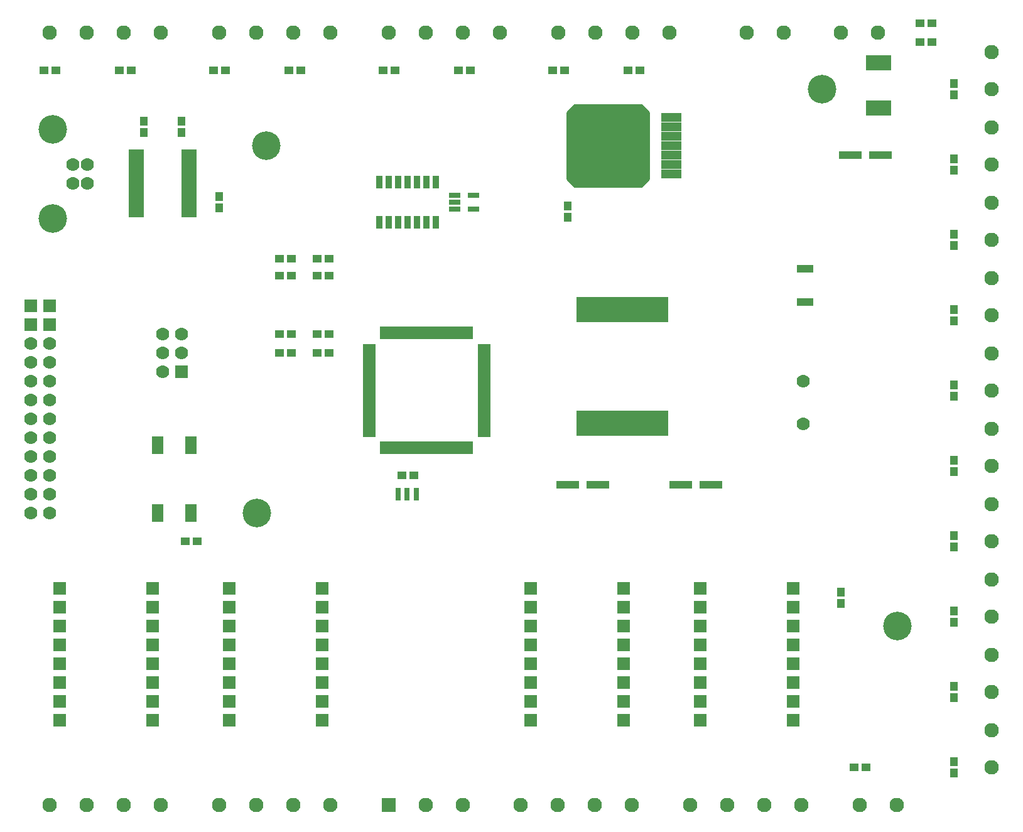
<source format=gts>
*
*
G04 PADS 9.3.1 Build Number: 456998 generated Gerber (RS-274-X) file*
G04 PC Version=2.1*
*
%IN "Mega2560DriverBoard.pcb"*%
*
%MOIN*%
*
%FSLAX35Y35*%
*
*
*
*
G04 PC Standard Apertures*
*
*
G04 Thermal Relief Aperture macro.*
%AMTER*
1,1,$1,0,0*
1,0,$1-$2,0,0*
21,0,$3,$4,0,0,45*
21,0,$3,$4,0,0,135*
%
*
*
G04 Annular Aperture macro.*
%AMANN*
1,1,$1,0,0*
1,0,$2,0,0*
%
*
*
G04 Odd Aperture macro.*
%AMODD*
1,1,$1,0,0*
1,0,$1-0.005,0,0*
%
*
*
G04 PC Custom Aperture Macros*
*
*
*
*
*
*
G04 PC Aperture Table*
*
%ADD010C,0.001*%
%ADD011C,0.01*%
%ADD041R,0.02575X0.06512*%
%ADD042R,0.048X0.04*%
%ADD043C,0.07693*%
%ADD044R,0.06X0.03*%
%ADD045R,0.10843X0.0474*%
%ADD046R,0.12024X0.0415*%
%ADD047R,0.08677X0.04346*%
%ADD048R,0.04X0.048*%
%ADD049R,0.48992X0.13303*%
%ADD050R,0.13795X0.08283*%
%ADD051C,0.07*%
%ADD052R,0.07693X0.07693*%
%ADD053R,0.07X0.07*%
%ADD054R,0.06118X0.09268*%
%ADD055C,0.15173*%
%ADD056R,0.06906X0.02181*%
%ADD057R,0.02181X0.06906*%
%ADD058R,0.03362X0.06906*%
%ADD059R,0.08087X0.02772*%
*
*
*
*
G04 PC Circuitry*
G04 Layer Name Mega2560DriverBoard.pcb - circuitry*
%LPD*%
*
*
G04 PC Custom Flashes*
G04 Layer Name Mega2560DriverBoard.pcb - flashes*
%LPD*%
*
*
G04 PC Circuitry*
G04 Layer Name Mega2560DriverBoard.pcb - circuitry*
%LPD*%
*
G54D10*
G54D11*
G01X1504606Y2042283D02*
Y2077717D01*
X1508543Y2081654*
X1543976*
X1547913Y2077717*
Y2042283*
X1543976Y2038346*
X1508543*
X1504606Y2042283*
X1507890Y2039000D02*
X1544630D01*
X1506890Y2040000D02*
X1545630D01*
X1505890Y2041000D02*
X1546630D01*
X1504890Y2042000D02*
X1547630D01*
X1504606Y2043000D02*
X1547913D01*
X1504606Y2044000D02*
X1547913D01*
X1504606Y2045000D02*
X1547913D01*
X1504606Y2046000D02*
X1547913D01*
X1504606Y2047000D02*
X1547913D01*
X1504606Y2048000D02*
X1547913D01*
X1504606Y2049000D02*
X1547913D01*
X1504606Y2050000D02*
X1547913D01*
X1504606Y2051000D02*
X1547913D01*
X1504606Y2052000D02*
X1547913D01*
X1504606Y2053000D02*
X1547913D01*
X1504606Y2054000D02*
X1547913D01*
X1504606Y2055000D02*
X1547913D01*
X1504606Y2056000D02*
X1547913D01*
X1504606Y2057000D02*
X1547913D01*
X1504606Y2058000D02*
X1547913D01*
X1504606Y2059000D02*
X1547913D01*
X1504606Y2060000D02*
X1547913D01*
X1504606Y2061000D02*
X1547913D01*
X1504606Y2062000D02*
X1547913D01*
X1504606Y2063000D02*
X1547913D01*
X1504606Y2064000D02*
X1547913D01*
X1504606Y2065000D02*
X1547913D01*
X1504606Y2066000D02*
X1547913D01*
X1504606Y2067000D02*
X1547913D01*
X1504606Y2068000D02*
X1547913D01*
X1504606Y2069000D02*
X1547913D01*
X1504606Y2070000D02*
X1547913D01*
X1504606Y2071000D02*
X1547913D01*
X1504606Y2072000D02*
X1547913D01*
X1504606Y2073000D02*
X1547913D01*
X1504606Y2074000D02*
X1547913D01*
X1504606Y2075000D02*
X1547913D01*
X1504606Y2076000D02*
X1547913D01*
X1504606Y2077000D02*
X1547913D01*
X1504890Y2078000D02*
X1547630D01*
X1505890Y2079000D02*
X1546630D01*
X1506890Y2080000D02*
X1545630D01*
X1507890Y2081000D02*
X1544630D01*
X1505000Y2041890D02*
Y2078110D01*
X1506000Y2040890D02*
Y2079110D01*
X1507000Y2039890D02*
Y2080110D01*
X1508000Y2038890D02*
Y2081110D01*
X1509000Y2038346D02*
Y2081654D01*
X1510000Y2038346D02*
Y2081654D01*
X1511000Y2038346D02*
Y2081654D01*
X1512000Y2038346D02*
Y2081654D01*
X1513000Y2038346D02*
Y2081654D01*
X1514000Y2038346D02*
Y2081654D01*
X1515000Y2038346D02*
Y2081654D01*
X1516000Y2038346D02*
Y2081654D01*
X1517000Y2038346D02*
Y2081654D01*
X1518000Y2038346D02*
Y2081654D01*
X1519000Y2038346D02*
Y2081654D01*
X1520000Y2038346D02*
Y2081654D01*
X1521000Y2038346D02*
Y2081654D01*
X1522000Y2038346D02*
Y2081654D01*
X1523000Y2038346D02*
Y2081654D01*
X1524000Y2038346D02*
Y2081654D01*
X1525000Y2038346D02*
Y2081654D01*
X1526000Y2038346D02*
Y2081654D01*
X1527000Y2038346D02*
Y2081654D01*
X1528000Y2038346D02*
Y2081654D01*
X1529000Y2038346D02*
Y2081654D01*
X1530000Y2038346D02*
Y2081654D01*
X1531000Y2038346D02*
Y2081654D01*
X1532000Y2038346D02*
Y2081654D01*
X1533000Y2038346D02*
Y2081654D01*
X1534000Y2038346D02*
Y2081654D01*
X1535000Y2038346D02*
Y2081654D01*
X1536000Y2038346D02*
Y2081654D01*
X1537000Y2038346D02*
Y2081654D01*
X1538000Y2038346D02*
Y2081654D01*
X1539000Y2038346D02*
Y2081654D01*
X1540000Y2038346D02*
Y2081654D01*
X1541000Y2038346D02*
Y2081654D01*
X1542000Y2038346D02*
Y2081654D01*
X1543000Y2038346D02*
Y2081654D01*
X1544000Y2038370D02*
Y2081630D01*
X1545000Y2039370D02*
Y2080630D01*
X1546000Y2040370D02*
Y2079630D01*
X1547000Y2041370D02*
Y2078630D01*
G54D41*
X1415000Y1875000D03*
X1419724D03*
X1424449D03*
G54D42*
X1416900Y1885000D03*
X1423100D03*
X1446900Y2100000D03*
X1453100D03*
X1536900D03*
X1543100D03*
X1413100D03*
X1406900D03*
X1323100D03*
X1316900D03*
X1233100D03*
X1226900D03*
X1266900D03*
X1273100D03*
X1503100D03*
X1496900D03*
X1356900D03*
X1363100D03*
X1691900Y2115000D03*
X1698100D03*
Y2125000D03*
X1691900D03*
X1663100Y1730000D03*
X1656900D03*
X1301900Y1850000D03*
X1308100D03*
X1358100Y1960000D03*
X1351900D03*
X1378100D03*
X1371900D03*
X1358100Y1950000D03*
X1351900D03*
X1378100D03*
X1371900D03*
X1378100Y1991000D03*
X1371900D03*
X1378100Y2000000D03*
X1371900D03*
X1351900Y1991000D03*
X1358100D03*
X1351900Y2000000D03*
X1358100D03*
G54D43*
X1500000Y2120000D03*
X1519685D03*
X1539370D03*
X1559055D03*
X1410000D03*
X1429685D03*
X1449370D03*
X1469055D03*
X1320000D03*
X1339685D03*
X1359370D03*
X1379055D03*
X1230000D03*
X1249685D03*
X1269370D03*
X1289055D03*
X1600000D03*
X1619685D03*
X1650000D03*
X1669685D03*
X1480000Y1710000D03*
X1499685D03*
X1519370D03*
X1539055D03*
X1320000D03*
X1339685D03*
X1359370D03*
X1379055D03*
X1230000D03*
X1249685D03*
X1269370D03*
X1289055D03*
X1660000D03*
X1679685D03*
X1429685D03*
X1449370D03*
X1570000D03*
X1589685D03*
X1609370D03*
X1629055D03*
X1730000Y1730000D03*
Y1749685D03*
Y1770000D03*
Y1789685D03*
Y1810000D03*
Y1829685D03*
Y1850000D03*
Y1869685D03*
Y1890000D03*
Y1909685D03*
Y1930000D03*
Y1949685D03*
Y1970000D03*
Y1989685D03*
Y2010000D03*
Y2029685D03*
Y2050000D03*
Y2069685D03*
Y2090000D03*
Y2109685D03*
G54D44*
X1455000Y2026250D03*
Y2033750D03*
X1445000Y2030000D03*
Y2026250D03*
Y2033750D03*
G54D45*
X1560000Y2045000D03*
Y2050000D03*
Y2055000D03*
Y2060000D03*
Y2065000D03*
Y2070000D03*
Y2075000D03*
G54D46*
X1655000Y2055000D03*
X1670748D03*
X1505000Y1880000D03*
X1520748D03*
X1565000D03*
X1580748D03*
G54D47*
X1631000Y1977000D03*
Y1994520D03*
G54D48*
X1505000Y2021900D03*
Y2028100D03*
X1280000Y2073100D03*
Y2066900D03*
X1300000D03*
Y2073100D03*
X1320000Y2026900D03*
Y2033100D03*
X1650000Y1816900D03*
Y1823100D03*
X1710000Y1733100D03*
Y1726900D03*
Y1773100D03*
Y1766900D03*
Y1813100D03*
Y1806900D03*
Y1853100D03*
Y1846900D03*
Y1893100D03*
Y1886900D03*
Y1933100D03*
Y1926900D03*
Y1973100D03*
Y1966900D03*
Y2013100D03*
Y2006900D03*
Y2053100D03*
Y2046900D03*
Y2093100D03*
Y2086900D03*
G54D49*
X1534000Y1973000D03*
Y1912783D03*
G54D50*
X1670000Y2080000D03*
Y2104000D03*
G54D51*
X1630000Y1935000D03*
Y1912165D03*
X1290000Y1960000D03*
X1300000D03*
X1290000Y1950000D03*
X1300000D03*
X1290000Y1940000D03*
X1250000Y2040000D03*
Y2049843D03*
X1242126D03*
Y2040000D03*
X1230000Y1955000D03*
X1220000D03*
X1230000Y1945000D03*
X1220000D03*
X1230000Y1935000D03*
X1220000D03*
X1230000Y1925000D03*
X1220000D03*
X1230000Y1915000D03*
X1220000D03*
X1230000Y1905000D03*
X1220000D03*
X1230000Y1895000D03*
X1220000D03*
X1230000Y1885000D03*
X1220000D03*
X1230000Y1875000D03*
X1220000D03*
X1230000Y1865000D03*
X1220000D03*
G54D52*
X1410000Y1710000D03*
G54D53*
X1300000Y1940000D03*
X1230000Y1975000D03*
X1220000D03*
X1230000Y1965000D03*
X1220000D03*
X1235315Y1825000D03*
Y1815000D03*
Y1805000D03*
Y1795000D03*
Y1785000D03*
Y1775000D03*
Y1765000D03*
Y1755000D03*
X1284685D03*
Y1765000D03*
Y1775000D03*
Y1785000D03*
Y1795000D03*
Y1805000D03*
Y1815000D03*
Y1825000D03*
X1325315D03*
Y1815000D03*
Y1805000D03*
Y1795000D03*
Y1785000D03*
Y1775000D03*
Y1765000D03*
Y1755000D03*
X1374685D03*
Y1765000D03*
Y1775000D03*
Y1785000D03*
Y1795000D03*
Y1805000D03*
Y1815000D03*
Y1825000D03*
X1485315D03*
Y1815000D03*
Y1805000D03*
Y1795000D03*
Y1785000D03*
Y1775000D03*
Y1765000D03*
Y1755000D03*
X1534685D03*
Y1765000D03*
Y1775000D03*
Y1785000D03*
Y1795000D03*
Y1805000D03*
Y1815000D03*
Y1825000D03*
X1575315D03*
Y1815000D03*
Y1805000D03*
Y1795000D03*
Y1785000D03*
Y1775000D03*
Y1765000D03*
Y1755000D03*
X1624685D03*
Y1765000D03*
Y1775000D03*
Y1785000D03*
Y1795000D03*
Y1805000D03*
Y1815000D03*
Y1825000D03*
G54D54*
X1287205Y1900827D03*
Y1865000D03*
X1305000Y1900827D03*
Y1865000D03*
G54D55*
X1231496Y2068622D03*
Y2021220D03*
X1680000Y1805000D03*
X1340000Y1865000D03*
X1345000Y2060000D03*
X1640000Y2090000D03*
G54D56*
X1399488Y1953622D03*
Y1951654D03*
Y1949685D03*
Y1947717D03*
Y1945748D03*
Y1943780D03*
Y1941811D03*
Y1939843D03*
Y1937874D03*
Y1935906D03*
Y1933937D03*
Y1931969D03*
Y1930000D03*
Y1928031D03*
Y1926063D03*
Y1924094D03*
Y1922126D03*
Y1920157D03*
Y1918189D03*
Y1916220D03*
Y1914252D03*
Y1912283D03*
Y1910315D03*
Y1908346D03*
Y1906378D03*
X1460512D03*
Y1908346D03*
Y1910315D03*
Y1912283D03*
Y1914252D03*
Y1916220D03*
Y1918189D03*
Y1920157D03*
Y1922126D03*
Y1924094D03*
Y1926063D03*
Y1928031D03*
Y1930000D03*
Y1931969D03*
Y1933937D03*
Y1935906D03*
Y1937874D03*
Y1939843D03*
Y1941811D03*
Y1943780D03*
Y1945748D03*
Y1947717D03*
Y1949685D03*
Y1951654D03*
Y1953622D03*
G54D57*
X1406378Y1899488D03*
X1408346D03*
X1410315D03*
X1412283D03*
X1414252D03*
X1416220D03*
X1418189D03*
X1420157D03*
X1422126D03*
X1424094D03*
X1426063D03*
X1428031D03*
X1430000D03*
X1431969D03*
X1433937D03*
X1435906D03*
X1437874D03*
X1439843D03*
X1441811D03*
X1443780D03*
X1445748D03*
X1447717D03*
X1449685D03*
X1451654D03*
X1453622D03*
Y1960512D03*
X1451654D03*
X1449685D03*
X1447717D03*
X1445748D03*
X1443780D03*
X1441811D03*
X1439843D03*
X1437874D03*
X1435906D03*
X1433937D03*
X1431969D03*
X1430000D03*
X1428031D03*
X1426063D03*
X1424094D03*
X1422126D03*
X1420157D03*
X1418189D03*
X1416220D03*
X1414252D03*
X1412283D03*
X1410315D03*
X1408346D03*
X1406378D03*
G54D58*
X1405000Y2019370D03*
X1410000D03*
X1415000D03*
X1420000D03*
X1425000D03*
X1430000D03*
X1435000D03*
Y2040630D03*
X1430000D03*
X1425000D03*
X1420000D03*
X1415000D03*
X1410000D03*
X1405000D03*
G54D59*
X1276024Y2056634D03*
Y2054075D03*
Y2051516D03*
Y2048957D03*
Y2046398D03*
Y2043839D03*
Y2041280D03*
Y2038720D03*
Y2036161D03*
Y2033602D03*
Y2031043D03*
Y2028484D03*
Y2025925D03*
Y2023366D03*
X1303976D03*
Y2025925D03*
Y2028484D03*
Y2031043D03*
Y2033602D03*
Y2036161D03*
Y2038720D03*
Y2041280D03*
Y2043839D03*
Y2046398D03*
Y2048957D03*
Y2051516D03*
Y2054075D03*
Y2056634D03*
X0Y0D02*
M02*

</source>
